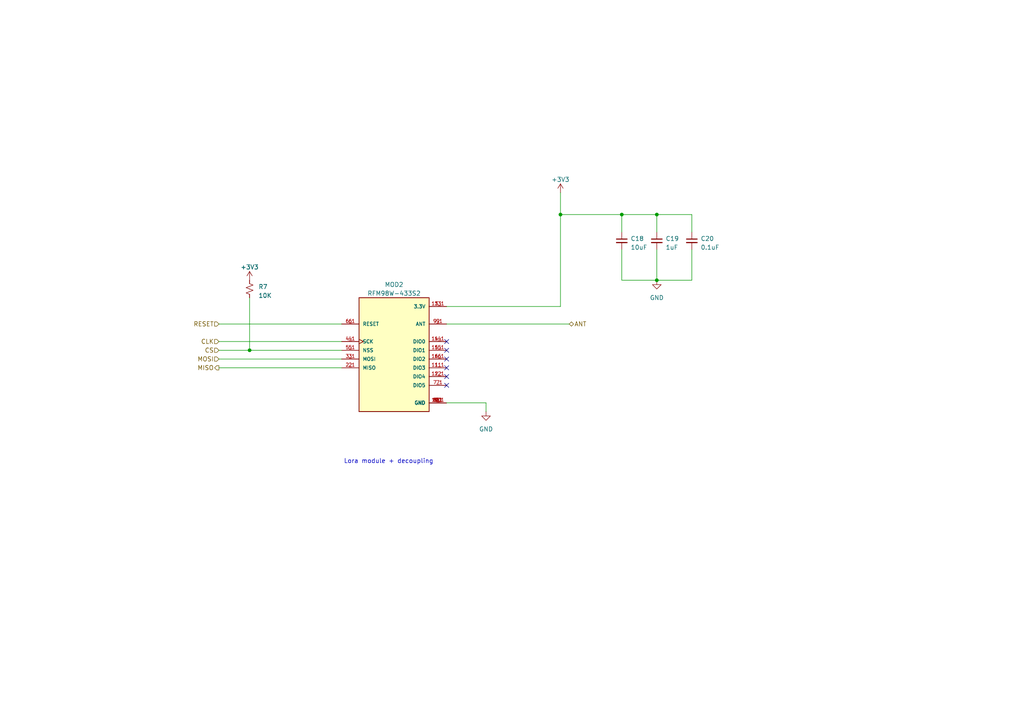
<source format=kicad_sch>
(kicad_sch (version 20210621) (generator eeschema)
  (paper "A4")
  (lib_symbols
    (symbol "Device:C_Small" (pin_numbers hide) (pin_names (offset 0.254) hide)
      (property "Reference" "C" (at 0.254 1.778 0))
      (property "Value" "C_Small" (at 0.254 -2.032 0))
      (symbol "C_Small_0_1"
        (polyline (pts (xy -1.524 -0.508) (xy 1.524 -0.508)) (stroke (width 0.3302)))
        (polyline (pts (xy -1.524 0.508) (xy 1.524 0.508)) (stroke (width 0.3048)))
      )
      (symbol "C_Small_1_1"
        (pin passive line (at 0 2.54 270) (length 2.032) (name "~") (number "1"))
        (pin passive line (at 0 -2.54 90) (length 2.032) (name "~") (number "2"))
      )
    )
    (symbol "Device:R_Small_US" (pin_numbers hide) (pin_names (offset 0.254) hide)
      (property "Reference" "R" (at 0.762 0.508 0))
      (property "Value" "R_Small_US" (at 0.762 -1.016 0))
      (symbol "R_Small_US_1_1"
        (polyline (pts (xy 0 0) (xy 1.016 -0.381) (xy 0 -0.762) (xy -1.016 -1.143) (xy 0 -1.524)))
        (polyline (pts (xy 0 1.524) (xy 1.016 1.143) (xy 0 0.762) (xy -1.016 0.381) (xy 0 0)))
        (pin passive line (at 0 2.54 270) (length 1.016) (name "~") (number "1"))
        (pin passive line (at 0 -2.54 90) (length 1.016) (name "~") (number "2"))
      )
    )
    (symbol "RFM98W-433S2:RFM98W-433S2" (pin_names (offset 1.016))
      (property "Reference" "MOD" (at -10.16 18.415 0))
      (property "Value" "RFM98W-433S2" (at -10.16 -17.78 0))
      (symbol "RFM98W-433S2_0_0"
        (rectangle (start -10.16 -15.24) (end 10.16 17.78) (stroke (width 0.254)) (fill (type background)))
        (pin power_in line (at 15.24 -12.7 180) (length 5.08) (name "GND") (number "1"))
        (pin power_in line (at 15.24 -12.7 180) (length 5.08) (name "GND") (number "10"))
        (pin power_in line (at 15.24 -12.7 180) (length 5.08) (name "GND") (number "10_1"))
        (pin bidirectional line (at 15.24 -2.54 180) (length 5.08) (name "DIO3") (number "11"))
        (pin bidirectional line (at 15.24 -2.54 180) (length 5.08) (name "DIO3") (number "11_1"))
        (pin bidirectional line (at 15.24 -5.08 180) (length 5.08) (name "DIO4") (number "12"))
        (pin bidirectional line (at 15.24 -5.08 180) (length 5.08) (name "DIO4") (number "12_1"))
        (pin power_in line (at 15.24 15.24 180) (length 5.08) (name "3.3V") (number "13"))
        (pin power_in line (at 15.24 15.24 180) (length 5.08) (name "3.3V") (number "13_1"))
        (pin bidirectional line (at 15.24 5.08 180) (length 5.08) (name "DIO0") (number "14"))
        (pin bidirectional line (at 15.24 5.08 180) (length 5.08) (name "DIO0") (number "14_1"))
        (pin bidirectional line (at 15.24 2.54 180) (length 5.08) (name "DIO1") (number "15"))
        (pin bidirectional line (at 15.24 2.54 180) (length 5.08) (name "DIO1") (number "15_1"))
        (pin bidirectional line (at 15.24 0 180) (length 5.08) (name "DIO2") (number "16"))
        (pin bidirectional line (at 15.24 0 180) (length 5.08) (name "DIO2") (number "16_1"))
        (pin power_in line (at 15.24 -12.7 180) (length 5.08) (name "GND") (number "1_1"))
        (pin output line (at -15.24 -2.54 0) (length 5.08) (name "MISO") (number "2"))
        (pin output line (at -15.24 -2.54 0) (length 5.08) (name "MISO") (number "2_1"))
        (pin input line (at -15.24 0 0) (length 5.08) (name "MOSI") (number "3"))
        (pin input line (at -15.24 0 0) (length 5.08) (name "MOSI") (number "3_1"))
        (pin input clock (at -15.24 5.08 0) (length 5.08) (name "SCK") (number "4"))
        (pin input clock (at -15.24 5.08 0) (length 5.08) (name "SCK") (number "4_1"))
        (pin input line (at -15.24 2.54 0) (length 5.08) (name "NSS") (number "5"))
        (pin input line (at -15.24 2.54 0) (length 5.08) (name "NSS") (number "5_1"))
        (pin bidirectional line (at -15.24 10.16 0) (length 5.08) (name "RESET") (number "6"))
        (pin bidirectional line (at -15.24 10.16 0) (length 5.08) (name "RESET") (number "6_1"))
        (pin bidirectional line (at 15.24 -7.62 180) (length 5.08) (name "DIO5") (number "7"))
        (pin bidirectional line (at 15.24 -7.62 180) (length 5.08) (name "DIO5") (number "7_1"))
        (pin power_in line (at 15.24 -12.7 180) (length 5.08) (name "GND") (number "8"))
        (pin power_in line (at 15.24 -12.7 180) (length 5.08) (name "GND") (number "8_1"))
        (pin bidirectional line (at 15.24 10.16 180) (length 5.08) (name "ANT") (number "9"))
        (pin bidirectional line (at 15.24 10.16 180) (length 5.08) (name "ANT") (number "9_1"))
      )
    )
    (symbol "power:+3V3" (power) (pin_names (offset 0))
      (property "Value" "+3V3" (at 0 3.556 0))
      (symbol "+3V3_0_1"
        (polyline (pts (xy -0.762 1.27) (xy 0 2.54)))
        (polyline (pts (xy 0 0) (xy 0 2.54)))
        (polyline (pts (xy 0 2.54) (xy 0.762 1.27)))
      )
      (symbol "+3V3_1_1"
        (pin power_in line (at 0 0 90) (length 0) hide (name "+3V3") (number "1"))
      )
    )
    (symbol "power:GND" (power) (pin_names (offset 0))
      (property "Value" "GND" (at 0 -3.81 0))
      (symbol "GND_0_1"
        (polyline (pts (xy 0 0) (xy 0 -1.27) (xy 1.27 -1.27) (xy 0 -2.54) (xy -1.27 -1.27) (xy 0 -1.27)))
      )
      (symbol "GND_1_1"
        (pin power_in line (at 0 0 270) (length 0) hide (name "GND") (number "1"))
      )
    )
  )
  (junction (at 72.39 101.6) (diameter 0.9144))
  (junction (at 162.56 62.23) (diameter 0.9144))
  (junction (at 180.34 62.23) (diameter 0.9144))
  (junction (at 190.5 62.23) (diameter 0.9144))
  (junction (at 190.5 81.28) (diameter 0.9144))
  (no_connect (at 129.54 99.06))
  (no_connect (at 129.54 101.6))
  (no_connect (at 129.54 104.14))
  (no_connect (at 129.54 106.68))
  (no_connect (at 129.54 109.22))
  (no_connect (at 129.54 111.76))
  (wire (pts (xy 63.5 93.98) (xy 99.06 93.98)))
  (wire (pts (xy 72.39 86.36) (xy 72.39 101.6)))
  (wire (pts (xy 72.39 101.6) (xy 63.5 101.6)))
  (wire (pts (xy 99.06 99.06) (xy 63.5 99.06)))
  (wire (pts (xy 99.06 101.6) (xy 72.39 101.6)))
  (wire (pts (xy 99.06 104.14) (xy 63.5 104.14)))
  (wire (pts (xy 99.06 106.68) (xy 63.5 106.68)))
  (wire (pts (xy 129.54 88.9) (xy 162.56 88.9)))
  (wire (pts (xy 129.54 93.98) (xy 165.1 93.98)))
  (wire (pts (xy 129.54 116.84) (xy 140.97 116.84)))
  (wire (pts (xy 140.97 116.84) (xy 140.97 119.38)))
  (wire (pts (xy 162.56 55.88) (xy 162.56 62.23)))
  (wire (pts (xy 162.56 62.23) (xy 162.56 88.9)))
  (wire (pts (xy 162.56 62.23) (xy 180.34 62.23)))
  (wire (pts (xy 180.34 62.23) (xy 190.5 62.23)))
  (wire (pts (xy 180.34 67.31) (xy 180.34 62.23)))
  (wire (pts (xy 180.34 81.28) (xy 180.34 72.39)))
  (wire (pts (xy 190.5 62.23) (xy 200.66 62.23)))
  (wire (pts (xy 190.5 67.31) (xy 190.5 62.23)))
  (wire (pts (xy 190.5 72.39) (xy 190.5 81.28)))
  (wire (pts (xy 190.5 81.28) (xy 180.34 81.28)))
  (wire (pts (xy 190.5 81.28) (xy 200.66 81.28)))
  (wire (pts (xy 200.66 67.31) (xy 200.66 62.23)))
  (wire (pts (xy 200.66 81.28) (xy 200.66 72.39)))
  (text "Lora module + decoupling" (at 125.73 134.62 180) (effects (font (size 1.27 1.27)) (justify right bottom)))
  (hierarchical_label "RESET" (shape input) (at 63.5 93.98 180))
  (hierarchical_label "CLK" (shape input) (at 63.5 99.06 180))
  (hierarchical_label "CS" (shape input) (at 63.5 101.6 180))
  (hierarchical_label "MOSI" (shape input) (at 63.5 104.14 180))
  (hierarchical_label "MISO" (shape output) (at 63.5 106.68 180))
  (hierarchical_label "ANT" (shape bidirectional) (at 165.1 93.98 0))
  (symbol (lib_id "power:+3V3") (at 72.39 81.28 0) (unit 1)
    (property "Reference" "#PWR0145" (effects hide))
    (property "Value" "+3V3" (at 72.39 77.47 0))
  )
  (symbol (lib_id "power:+3V3") (at 162.56 55.88 0) (unit 1)
    (property "Reference" "#PWR0144" (effects hide))
    (property "Value" "+3V3" (at 162.56 52.07 0))
  )
  (symbol (lib_id "power:GND") (at 140.97 119.38 0) (unit 1)
    (property "Reference" "#PWR0146" (effects hide))
    (property "Value" "GND" (at 140.97 124.46 0))
  )
  (symbol (lib_id "power:GND") (at 190.5 81.28 0) (unit 1)
    (property "Reference" "#PWR0143" (effects hide))
    (property "Value" "GND" (at 190.5 86.36 0))
  )
  (symbol (lib_id "Device:R_Small_US") (at 72.39 83.82 0) (unit 1)
    (property "Reference" "R7" (at 74.93 83.1849 0) (effects (justify left)))
    (property "Value" "10K" (at 74.93 85.7249 0) (effects (justify left)))
    (property "Footprint" "vanalles:0603RL" (effects hide))
  )
  (symbol (lib_id "Device:C_Small") (at 180.34 69.85 0) (unit 1)
    (property "Reference" "C18" (at 182.88 69.2149 0) (effects (justify left)))
    (property "Value" "10uF" (at 182.88 71.7549 0) (effects (justify left)))
    (property "Footprint" "vanalles:0603" (effects hide))
  )
  (symbol (lib_id "Device:C_Small") (at 190.5 69.85 0) (unit 1)
    (property "Reference" "C19" (at 193.04 69.2149 0) (effects (justify left)))
    (property "Value" "1uF" (at 193.04 71.7549 0) (effects (justify left)))
    (property "Footprint" "vanalles:0603" (effects hide))
  )
  (symbol (lib_id "Device:C_Small") (at 200.66 69.85 0) (unit 1)
    (property "Reference" "C20" (at 203.2 69.2149 0) (effects (justify left)))
    (property "Value" "0.1uF" (at 203.2 71.7549 0) (effects (justify left)))
    (property "Footprint" "vanalles:0603" (effects hide))
  )
  (symbol (lib_id "RFM98W-433S2:RFM98W-433S2") (at 114.3 104.14 0) (unit 1)
    (property "Reference" "MOD2" (at 114.3 82.55 0))
    (property "Value" "RFM98W-433S2" (at 114.3 85.09 0))
    (property "Footprint" "Module:XCVR_RFM98W-433S2" (effects hide))
    (property "MANUFACTURER" "Hoperf" (effects hide))
    (property "PARTREV" "N/A" (effects hide))
    (property "STANDARD" "Manufacturer Recommendations" (effects hide))
  )
)
</source>
